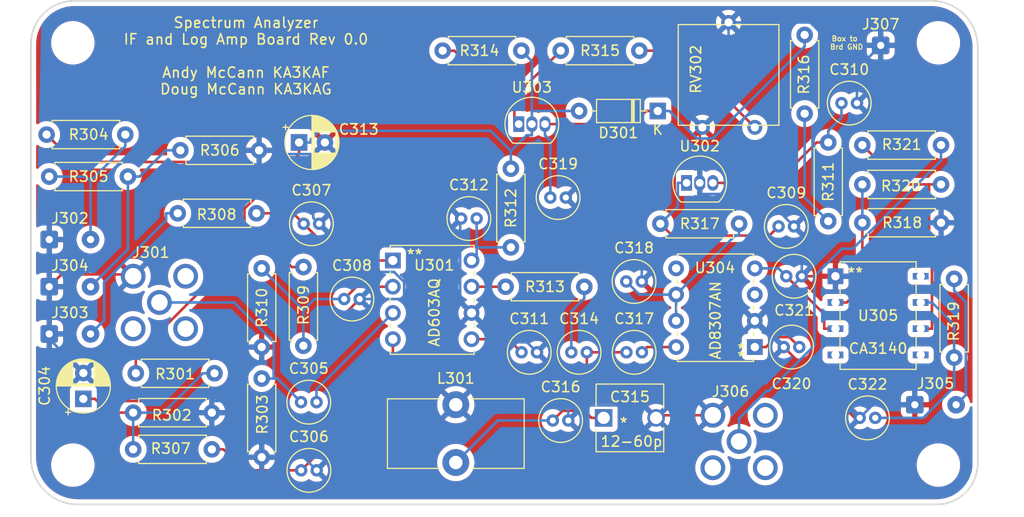
<source format=kicad_pcb>
(kicad_pcb (version 20211014) (generator pcbnew)

  (general
    (thickness 1.6)
  )

  (paper "USLetter")
  (title_block
    (title "Spectrum Analyzer: IF and Log Amp")
    (date "2022-06-17")
    (rev "0.0")
    (company "Andy McCann KA3KAF and Doug McCann KA3KAG")
    (comment 2 "Wes Hayward W7ZOI")
    (comment 3 "Original Design By:")
  )

  (layers
    (0 "F.Cu" signal)
    (31 "B.Cu" signal)
    (32 "B.Adhes" user "B.Adhesive")
    (33 "F.Adhes" user "F.Adhesive")
    (34 "B.Paste" user)
    (35 "F.Paste" user)
    (36 "B.SilkS" user "B.Silkscreen")
    (37 "F.SilkS" user "F.Silkscreen")
    (38 "B.Mask" user)
    (39 "F.Mask" user)
    (40 "Dwgs.User" user "User.Drawings")
    (41 "Cmts.User" user "User.Comments")
    (42 "Eco1.User" user "User.Eco1")
    (43 "Eco2.User" user "User.Eco2")
    (44 "Edge.Cuts" user)
    (45 "Margin" user)
    (46 "B.CrtYd" user "B.Courtyard")
    (47 "F.CrtYd" user "F.Courtyard")
    (48 "B.Fab" user)
    (49 "F.Fab" user)
    (50 "User.1" user)
    (51 "User.2" user)
    (52 "User.3" user)
    (53 "User.4" user)
    (54 "User.5" user)
    (55 "User.6" user)
    (56 "User.7" user)
    (57 "User.8" user)
    (58 "User.9" user)
  )

  (setup
    (stackup
      (layer "F.SilkS" (type "Top Silk Screen"))
      (layer "F.Paste" (type "Top Solder Paste"))
      (layer "F.Mask" (type "Top Solder Mask") (thickness 0.01))
      (layer "F.Cu" (type "copper") (thickness 0.035))
      (layer "dielectric 1" (type "core") (thickness 1.51) (material "FR4") (epsilon_r 4.5) (loss_tangent 0.02))
      (layer "B.Cu" (type "copper") (thickness 0.035))
      (layer "B.Mask" (type "Bottom Solder Mask") (thickness 0.01))
      (layer "B.Paste" (type "Bottom Solder Paste"))
      (layer "B.SilkS" (type "Bottom Silk Screen"))
      (copper_finish "None")
      (dielectric_constraints no)
    )
    (pad_to_mask_clearance 0)
    (grid_origin 95.3516 129.1844)
    (pcbplotparams
      (layerselection 0x0000020_7ffffffe)
      (disableapertmacros false)
      (usegerberextensions false)
      (usegerberattributes true)
      (usegerberadvancedattributes true)
      (creategerberjobfile true)
      (svguseinch false)
      (svgprecision 6)
      (excludeedgelayer true)
      (plotframeref false)
      (viasonmask false)
      (mode 1)
      (useauxorigin false)
      (hpglpennumber 1)
      (hpglpenspeed 20)
      (hpglpendiameter 15.000000)
      (dxfpolygonmode true)
      (dxfimperialunits false)
      (dxfusepcbnewfont true)
      (psnegative false)
      (psa4output false)
      (plotreference true)
      (plotvalue false)
      (plotinvisibletext false)
      (sketchpadsonfab false)
      (subtractmaskfromsilk false)
      (outputformat 3)
      (mirror false)
      (drillshape 0)
      (scaleselection 1)
      (outputdirectory "")
    )
  )

  (net 0 "")
  (net 1 "Net-(C304-Pad1)")
  (net 2 "GND")
  (net 3 "Net-(C305-Pad1)")
  (net 4 "Net-(C305-Pad2)")
  (net 5 "Net-(C306-Pad1)")
  (net 6 "Net-(C307-Pad1)")
  (net 7 "Net-(C308-Pad1)")
  (net 8 "+5")
  (net 9 "Net-(C310-Pad1)")
  (net 10 "Net-(C311-Pad1)")
  (net 11 "Net-(C312-Pad2)")
  (net 12 "+10")
  (net 13 "Net-(C314-Pad1)")
  (net 14 "Net-(C314-Pad2)")
  (net 15 "Net-(C317-Pad2)")
  (net 16 "Net-(C318-Pad1)")
  (net 17 "Net-(C319-Pad1)")
  (net 18 "Net-(C320-Pad2)")
  (net 19 "Net-(C321-Pad1)")
  (net 20 "Net-(C322-Pad2)")
  (net 21 "Net-(C301-Pad3)")
  (net 22 "Net-(C303-Pad3)")
  (net 23 "+15")
  (net 24 "Net-(R313-Pad1)")
  (net 25 "Net-(R314-Pad2)")
  (net 26 "Net-(R315-Pad2)")
  (net 27 "Net-(R318-Pad1)")
  (net 28 "Net-(C324-Pad1)")
  (net 29 "Net-(R320-Pad1)")
  (net 30 "unconnected-(U304-Pad3)")
  (net 31 "unconnected-(U304-Pad5)")
  (net 32 "unconnected-(U305-Pad4)")
  (net 33 "unconnected-(U305-Pad5)")
  (net 34 "unconnected-(U305-Pad8)")
  (net 35 "Net-(C302-Pad3)")
  (net 36 "Net-(C323-Pad1)")

  (footprint "Resistor_THT:R_Axial_DIN0207_L6.3mm_D2.5mm_P7.62mm_Horizontal" (layer "F.Cu") (at 141.8336 96.6724 -90))

  (footprint "Resistor_THT:R_Axial_DIN0207_L6.3mm_D2.5mm_P7.62mm_Horizontal" (layer "F.Cu") (at 156.3116 102.0064))

  (footprint "Inductor_THT:L_Toroid_Vertical_L13.0mm_W6.5mm_P5.60mm" (layer "F.Cu") (at 136.4996 119.5264))

  (footprint "Resistor_THT:R_Axial_DIN0207_L6.3mm_D2.5mm_P7.62mm_Horizontal" (layer "F.Cu") (at 172.5676 101.7524 90))

  (footprint "Capacitor_THT:C_Radial_D4.0mm_H5.0mm_P1.50mm" (layer "F.Cu") (at 121.5136 119.2784))

  (footprint "if-log-amp:MOLEX_73391-0060" (layer "F.Cu") (at 163.9316 123.0884))

  (footprint "if-log-amp:AD603AQ" (layer "F.Cu") (at 130.4036 105.5624))

  (footprint "Capacitor_THT:C_Radial_D4.0mm_H5.0mm_P1.50mm" (layer "F.Cu") (at 147.6876 114.4524))

  (footprint "if-log-amp:MOLEX_73391-0060" (layer "F.Cu") (at 107.7976 109.6264))

  (footprint "Resistor_THT:R_Axial_DIN0207_L6.3mm_D2.5mm_P7.62mm_Horizontal" (layer "F.Cu") (at 121.7422 113.8174 90))

  (footprint "Resistor_THT:R_Axial_DIN0207_L6.3mm_D2.5mm_P7.62mm_Horizontal" (layer "F.Cu") (at 117.7036 116.9924 -90))

  (footprint "Resistor_THT:R_Axial_DIN0207_L6.3mm_D2.5mm_P7.62mm_Horizontal" (layer "F.Cu") (at 117.1956 100.9904 180))

  (footprint "MountingHole:MountingHole_3.2mm_M3" (layer "F.Cu") (at 99.4156 125.3744))

  (footprint "Capacitor_THT:C_Radial_D4.0mm_H5.0mm_P1.50mm" (layer "F.Cu") (at 121.7676 102.0064))

  (footprint "Capacitor_THT:C_Radial_D4.0mm_H5.0mm_P1.50mm" (layer "F.Cu") (at 175.6156 120.8024))

  (footprint "Capacitor_THT:C_Radial_D4.0mm_H5.0mm_P1.50mm" (layer "F.Cu") (at 153.0096 107.5944))

  (footprint "Resistor_THT:R_Axial_DIN0207_L6.3mm_D2.5mm_P7.62mm_Horizontal" (layer "F.Cu") (at 141.3256 108.1024))

  (footprint "Diode_THT:D_DO-35_SOD27_P7.62mm_Horizontal" (layer "F.Cu") (at 156.0576 91.0844 180))

  (footprint "if-log-amp:GKG60015" (layer "F.Cu") (at 150.8191 120.8024))

  (footprint "Connector_Wire:SolderWire-0.15sqmm_1x02_P4mm_D0.5mm_OD1.5mm" (layer "F.Cu") (at 97.1296 112.6744))

  (footprint "Connector_Wire:SolderWire-0.15sqmm_1x02_P4mm_D0.5mm_OD1.5mm" (layer "F.Cu") (at 97.1296 103.5304))

  (footprint "Capacitor_THT:C_Radial_D4.0mm_H5.0mm_P1.50mm" (layer "F.Cu") (at 145.8976 121.0564))

  (footprint "Capacitor_THT:CP_Radial_D5.0mm_P2.50mm" (layer "F.Cu") (at 100.4316 118.9595 90))

  (footprint "if-log-amp:CA3140EZ" (layer "F.Cu") (at 173.2661 107.0864))

  (footprint "MountingHole:MountingHole_3.2mm_M3" (layer "F.Cu") (at 99.4156 84.4804))

  (footprint "Resistor_THT:R_Axial_DIN0207_L6.3mm_D2.5mm_P7.62mm_Horizontal" (layer "F.Cu") (at 183.4896 98.1964 180))

  (footprint "Resistor_THT:R_Axial_DIN0207_L6.3mm_D2.5mm_P7.62mm_Horizontal" (layer "F.Cu") (at 105.2576 123.8504))

  (footprint "if-log-amp:AD8307AN" (layer "F.Cu") (at 165.4556 113.9444 180))

  (footprint "Capacitor_THT:C_Radial_D4.0mm_H5.0mm_P1.50mm" (layer "F.Cu") (at 168.5036 107.0864))

  (footprint "Resistor_THT:R_Axial_DIN0207_L6.3mm_D2.5mm_P7.62mm_Horizontal" (layer "F.Cu") (at 97.1296 97.4344))

  (footprint "Capacitor_THT:C_Radial_D4.0mm_H5.0mm_P1.50mm" (layer "F.Cu") (at 167.7536 102.2604))

  (footprint "Connector_Wire:SolderWire-0.15sqmm_1x02_P4mm_D0.5mm_OD1.5mm" (layer "F.Cu") (at 180.9496 119.5324))

  (footprint "if-log-amp:Potentiometer_Bourns_3386G_Vertical" (layer "F.Cu") (at 165.4556 92.3544 90))

  (footprint "Capacitor_THT:C_Radial_D4.0mm_H5.0mm_P1.50mm" (layer "F.Cu") (at 168.2616 113.9444))

  (footprint "Resistor_THT:R_Axial_DIN0207_L6.3mm_D2.5mm_P7.62mm_Horizontal" (layer "F.Cu") (at 175.8696 94.3864))

  (footprint "Resistor_THT:R_Axial_DIN0207_L6.3mm_D2.5mm_P7.62mm_Horizontal" (layer "F.Cu") (at 146.6596 85.2424))

  (footprint "Capacitor_THT:C_Radial_D4.0mm_H5.0mm_P1.50mm" (layer "F.Cu") (at 142.8616 114.4524))

  (footprint "Resistor_THT:R_Axial_DIN0207_L6.3mm_D2.5mm_P7.62mm_Horizontal" (layer "F.Cu") (at 105.2576 120.2944))

  (footprint "Capacitor_THT:CP_Radial_D5.0mm_P2.50mm" (layer "F.Cu")
    (tedit 5AE50EF0) (tstamp b6a3aa8d-c6cc-4815-a7b5-09f3f0dc9b60)
    (at 121.3245 94.1324)
    (descr "CP, Radial series, Radial, pin pitch=2.50mm, , diameter=5mm, Electrolytic Capacitor")
    (tags "CP Radial series Radial pin pitch 2.50mm  diameter 5mm Electrolytic Capacitor")
    (property "Sheetfile" "if-and-log-amp.kicad_sch")
    (property "Sheetname" "")
    (path "/bab3fc61-7ffc-43fd-b7e1-a49971a5fd5e")
    (attr through_hole)
    (fp_text reference "C313" (at 5.777112 -1.27) (layer "F.SilkS")
      (effects (font (size 1 1) (thickness 0.15)))
      (tstamp f255db96-29d0-4680-8627-2238d36b7cb1)
    )
    (fp_text value "22u" (at 1.25 3.75) (layer "F.Fab")
      (effects (font (size 1 1) (thickness 0.15)))
      (tstamp 6aa368e3-62ff-4ec4-825d-d1eafdd7705a)
    )
    (fp_text user "${REFERENCE}" (at 1.25 0) (layer "F.Fab")
      (effects (font (size 1 1) (thickness 0.15)))
      (tstamp 38dd9331-3993-4c71-b601-6438d2c96aeb)
    )
    (fp_line (start 2.971 -1.937) (end 2.971 -1.04) (layer "F.SilkS") (width 0.12) (tstamp 006e2d2d-ea55-4517-8464-6fa4323dbbb5))
    (fp_line (start 2.691 -2.149) (end 2.691 -1.04) (layer "F.SilkS") (width 0.12) (tstamp 006ee3ed-debe-4691-83ff-02d6d0593074))
    (fp_line (start 2.811 1.04) (end 2.811 2.065) (layer "F.SilkS") (width 0.12) (tstamp 02e53112-42dc-4e92-9413-ebf4a1fcdc4a))
    (fp_line (start 2.371 1.04) (end 2.371 2.329) (layer "F.SilkS") (width 0.12) (tstamp 08bde83c-13ad-46b4-a6d3-b0304a376443))
    (fp_line (start 1.49 1.04) (end 1.49 2.569) (layer "F.SilkS") (width 0.12) (tstamp 092e7d37-8400-4bb1-b982-de410524d5ad))
    (fp_line (start 2.851 -2.035) (end 2.851 -1.04) (layer "F.SilkS") (width 0.12) (tstamp 0a7544f5-5161-4eb8-9d0e-92ecb292b2b0))
    (fp_line (start 3.331 -1.554) (end 3.331 -1.04) (layer "F.SilkS") (width 0.12) (tstamp 0bfd5bd4-f6c4-4d83-955a-e9ca3b2d3945))
    (fp_line (start 1.69 -2.543) (end 1.69 -1.04) (layer "F.SilkS") (width 0.12) (tstamp 0d85a382-c005-4748-b335-df7644a39b93))
    (fp_line (start 2.171 -2.414) (end 2.171 -1.04) (layer "F.SilkS") (width 0.12) (tstamp 0e844798-58b5-40d6-82fe-e86239f9ed61))
    (fp_line (start 1.73 1.04) (end 1.73 2.536) (layer "F.SilkS") (width 0.12) (tstamp 10b7afba-2f26-4685-a649-74b6bff7f4cf))
    (fp_line (start 3.811 -0.518) (end 3.811 0.518) (layer "F.SilkS") (width 0.12) (tstamp 1436a783-6564-4cf1-b04a-2e5a11e5eb64))
    (fp_line (start 3.331 1.04) (end 3.331 1.554) (layer "F.SilkS") (width 0.12) (tstamp 14a6eaeb-f870-4fce-8922-536c75d77523))
    (fp_line (start 2.771 1.04) (end 2.771 2.095) (layer "F.SilkS") (width 0.12) (tstamp 17f3f0ed-b2b7-45fc-b694-33cf35ed990e))
    (fp_line (start 2.211 -2.398) (end 2.211 -1.04) (layer "F.SilkS") (width 0.12) (tstamp 19ee241d-7a47-403f-a241-1274e6acc907))
    (fp_line (start 2.611 -2.2) (end 2.611 -1.04) (layer "F.SilkS") (width 0.12) (tstamp 19fbe35e-7125-477c-9a61-cbd629d6d687))
    (fp_line (start 1.65 -2.55) (end 1.65 -1.04) (layer "F.SilkS") (width 0.12) (tstamp 1a6b794f-ac33-41c9-98bc-f09c7170071a))
    (fp_line (start 2.491 -2.268) (end 2.491 -1.04) (layer "F.SilkS") (width 0.12) (tstamp 1b3cc04c-8f88-4e39-b15d-e0c4efafc2d5))
    (fp_line (start 2.651 -2.175) (end 2.651 -1.04) (layer "F.SilkS") (width 0.12) (tstamp 1ba404f0-04ad-4385-9d95-7df0d1a185bb))
    (fp_line (start 1.25 -2.58) (end 1.25 2.58) (layer "F.SilkS") (width 0.12) (tstamp 1eed5896-aa04-45cd-9356-be7e685c823f))
    (fp_line (start 2.931 1.04) (end 2.931 1.971) (layer "F.SilkS") (width 0.12) (tstamp 1f07eb91-ef46-4237-a9f5-5823737e0d44))
    (fp_line (start 3.491 1.04) (end 3.491 1.319) (layer "F.SilkS") (width 0.12) (tstamp 1f237565-0c19-4f15-a7f3-5a6af74fe928))
    (fp_line (start 2.291 -2.365) (end 2.291 -1.04) (layer "F.SilkS") (width 0.12) (tstamp 24e28a03-111e-405c-837e-8b09a44b6a67))
    (fp_line (start 1.77 -2.528) (end 1.77 -1.04) (layer "F.SilkS") (width 0.12) (tstamp 25b61c92-3315-4800-8495-82c6c5c4f472))
    (fp_line (start 1.89 1.04) (end 1.89 2.501) (layer "F.SilkS") (width 0.12) (tstamp 265aada9-546e-42a1-9085-a1861ab7040f))
    (fp_line (start 3.691 -0.915) (end 3.691 0.915) (layer "F.SilkS") (width 0.12) (tstamp 2b0bef20-f708-448f-9474-c9123c116b77))
    (fp_line (start 3.451 1.04) (end 3.451 1.383) (layer "F.SilkS") (width 0.12) (tstamp 2bad4e8b-36aa-4a0b-ab67-e9477132d368))
    (fp_line (start 3.211 1.04) (end 3.211 1.699) (layer "F.SilkS") (width 0.12) (tstamp 2c36de4c-1408-4a4c-b53d-373b61b29b08))
    (fp_line (start 2.891 -2.004) (end 2.891 -1.04) (layer "F.SilkS") (width 0.12) (tstamp 2d0f1b51-3fe6-4cf6-ad0d-dbf065e90f7d))
    (fp_line (start 2.131 -2.428) (end 2.131 -1.04) (layer "F.SilkS") (width 0.12) (tstamp 2d702b15-ed66-4913-94cd-254176bdf30b))
    (fp_line (start 2.771 -2.095) (end 2.771 -1.04) (layer "F.SilkS") (width 0.12) (tstamp 2e710243-54dd-4d59-ae18-135e4df4f90e))
    (fp_line (start 1.33 -2.579) (end 1.33 2.579) (layer "F.SilkS") (width 0.12) (tstamp 2f83e6f9-a167-419d-801a-208190ee547a))
    (fp_line (start 3.531 -1.251) (end 3.531 -1.04) (layer "F.SilkS") (width 0.12) (tstamp 303ed950-0310-4c87-acf3-d81cf7ecd25d))
    (fp_line (start 1.93 -2.491) (end 1.93 -1.04) (layer "F.SilkS") (width 0.12) (tstamp 30ef4218-0d7f-4a70-9faa-91236305a5f0))
    (fp_line (start 2.291 1.04) (end 2.291 2.365) (layer "F.SilkS") (width 0.12) (tstamp 31255751-7676-4170-a371-07b9ff014b0c))
    (fp_line (start 1.37 -2.578) (end 1.37 2.578) (layer "F.SilkS") (width 0.12) (tstamp 34e34647-01e2-4c33-b82e-e87242e10cd9))
    (fp_line (start 2.051 1.04) (end 2.051 2.455) (layer "F.SilkS") (width 0.12) (tstamp 36b23572-1a49-43e3-8bdd-cadffe8174ae))
    (fp_line (start 2.011 -2.468) (end 2.011 -1.04) (layer "F.SilkS") (width 0.12) (tstamp 37319c31-277d-4b56-af30-35197009e21c))
    (fp_line (start 1.45 -2.573) (end 1.45 2.573) (layer "F.SilkS") (width 0.12) (tstamp 3823150a-b9c1-440b-b100-07f0f20cd8ad))
    (fp_line (start 3.251 -1.653) (end 3.251 -1.04) (layer "F.SilkS") (width 0.12) (tstamp 3aa723d9-24a0-4bf0-a280-c60fcfe4d231))
    (fp_line (start 1.77 1.04) (end 1.77 2.528) (layer "F.SilkS") (width 0.12) (tstamp 3bf9d9e3-3041-4ea1-ad6f-34bc1dc2c61a))
    (fp_line (start 1.57 1.04) (end 1.57 2.561) (layer "F.SilkS") (width 0.12) (tstamp 3cc6f3de-4ec4-43f1-b67c-aadcbe7b6b0b))
    (fp_line (start 3.571 -1.178) (end 3.571 1.178) (layer "F.SilkS") (width 0.12) (tstamp 3e7fe04a-5983-45ca-b62b-77d9b2d44905))
    (fp_line (start 3.091 1.04) (end 3.091 1.826) (layer "F.SilkS") (width 0.12) (tstamp 40d949b9-e0e4-4df7-8565-5117f67c5ae6))
    (fp_line (start 1.69 1.04) (end 1.69 2.543) (layer "F.SilkS") (width 0.12) (tstamp 4107ae43-ef7b-4881-bf28-19412946e234))
    (fp_line (start 2.411 1.04) (end 2.411 2.31) (layer "F.SilkS") (width 0.12) (tstamp 4189fff4-b8ed-41c1-8452-4be4b4658190))
    (fp_line (start 2.531 1.04) (end 2.531 2.247) (layer "F.SilkS") (width 0.12) (tstamp 41cd091d-6410-4c0a-b273-1a0100005cab))
    (fp_line (start 2.731 -2.122) (end 2.731 -1.04) (layer "F.SilkS") (width 0.12) (tstamp 423a3779-6340-43c9-b0d8-41838fe555ec))
    (fp_line (start 2.931 -1.971) (end 2.931 -1.04) (layer "F.SilkS") (width 0.12) (tstamp 44215043-e16b-4aaa-aae3-9f3418e3232c))
    (fp_line (start 1.85 1.04) (end 1.85 2.511) (layer "F.SilkS") (width 0.12) (tstamp 46c35bc8-3e06-4afa-a332-565364e00f33))
    (fp_line (start 3.731 -0.805) (end 3.731 0.805) (layer "F.SilkS") (width 0.12) (tstamp 47fd4d92-b4de-4163-bfe2-b6d02e8c7867))
    (fp_line (start 3.611 -1.098) (end 3.611 1.098) (layer "F.SilkS") (width 0.12) (tstamp 481216d5-b80b-4cc5-9ced-a9b7689cce71))
    (fp_line (start 2.331 -2.348) (end 2.331 -1.04) (layer "F.SilkS") (width 0.12) (tstamp 4b356d62-06c0-4c73-a43b-f6fddfcd530a))
    (fp_line (start 1.53 1.04) (end 1.53 2.565) (layer "F.SilkS") (width 0.12) (tstamp 52059813-023e-4ddf-808d-4b81dba594da))
    (fp_line (start 3.411 -1.443) (end 3.411 -1.04) (layer "F.SilkS") (width 0.12) (tstamp 5407f733-370b-43dc-b0b7-bcbd4c8230e1))
    (fp_line (start 3.851 -0.284) (end 3.851 0.284) (layer "F.SilkS") (width 0.12) (tstamp 543eca2b-0423-4325-b9e6-4b173022a60a))
    (fp_line (start 2.371 -2.329) (end 2.371 -1.04) (layer "F.SilkS") (width 0.12) (tstamp 5e23f656-42f1-49ba-9065-f0060c8bd0c8))
    (fp_line (start 2.171 1.04) (end 2.171 2.414) (layer "F.SilkS") (width 0.12) (tstamp 5f035f2a-aeef-423b-a786-3d49a7fb5ead))
    (fp_line (start 3.171 -1.743) (end 3.171 -1.04) (layer "F.SilkS") (width 0.12) (tstamp 619cdd21-5bfa-43f7-a620-3f39ca77c47d))
    (fp_line (start 3.451 -1.383) (end 3.451 -1.04) (layer "F.SilkS") (width 0.12) (tstamp 6862ba36-36ee-4189-a5cf-413acd253e1e))
    (fp_line (start 1.65 1.04) (end 1.65 2.55) (layer "F.SilkS") (width 0.12) (tstamp 68bd9244-ad41-43e6-b7c7-8d19b53f9a7a))
    (fp_line (start 2.251 1.04) (end 2.251 2.382) (layer "F.SilkS") (width 0.12) (tstamp 6916b03b-1110-449f-9f3c-ab347cf003e7))
    (fp_line (start 3.091 -1.826) (end 3.091 -1.04) (layer "F.SilkS") (width 0.12) (tstamp 6b88ceb7-3edb-467d-9e94-661682389487))
    (fp_
... [1041543 chars truncated]
</source>
